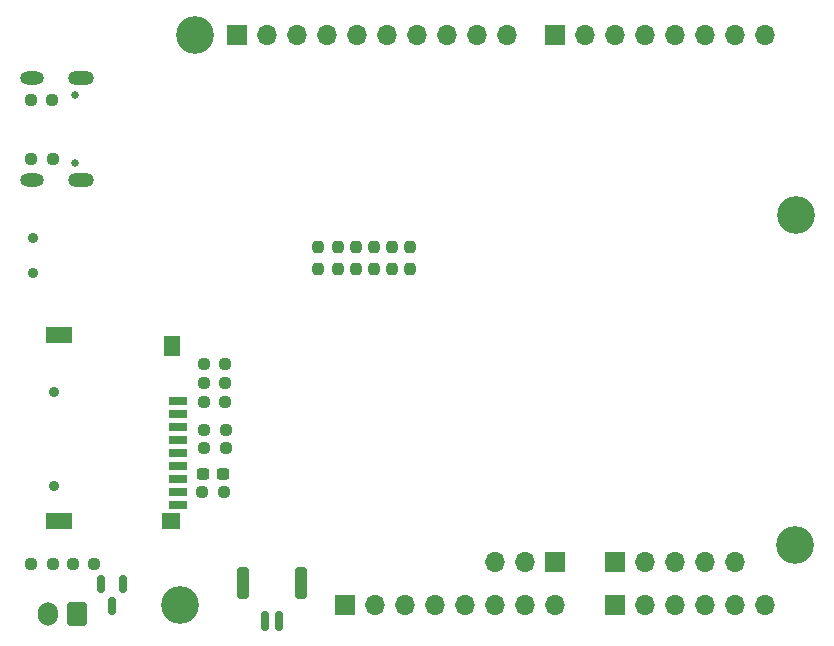
<source format=gbr>
%TF.GenerationSoftware,KiCad,Pcbnew,7.0.6*%
%TF.CreationDate,2024-02-07T19:17:42+08:00*%
%TF.ProjectId,PCB_Main_Board_ESP32S3_RFM95,5043425f-4d61-4696-9e5f-426f6172645f,rev?*%
%TF.SameCoordinates,Original*%
%TF.FileFunction,Soldermask,Bot*%
%TF.FilePolarity,Negative*%
%FSLAX46Y46*%
G04 Gerber Fmt 4.6, Leading zero omitted, Abs format (unit mm)*
G04 Created by KiCad (PCBNEW 7.0.6) date 2024-02-07 19:17:42*
%MOMM*%
%LPD*%
G01*
G04 APERTURE LIST*
G04 Aperture macros list*
%AMRoundRect*
0 Rectangle with rounded corners*
0 $1 Rounding radius*
0 $2 $3 $4 $5 $6 $7 $8 $9 X,Y pos of 4 corners*
0 Add a 4 corners polygon primitive as box body*
4,1,4,$2,$3,$4,$5,$6,$7,$8,$9,$2,$3,0*
0 Add four circle primitives for the rounded corners*
1,1,$1+$1,$2,$3*
1,1,$1+$1,$4,$5*
1,1,$1+$1,$6,$7*
1,1,$1+$1,$8,$9*
0 Add four rect primitives between the rounded corners*
20,1,$1+$1,$2,$3,$4,$5,0*
20,1,$1+$1,$4,$5,$6,$7,0*
20,1,$1+$1,$6,$7,$8,$9,0*
20,1,$1+$1,$8,$9,$2,$3,0*%
G04 Aperture macros list end*
%ADD10C,3.200000*%
%ADD11RoundRect,0.250000X0.600000X0.750000X-0.600000X0.750000X-0.600000X-0.750000X0.600000X-0.750000X0*%
%ADD12O,1.700000X2.000000*%
%ADD13C,0.650000*%
%ADD14O,2.204000X1.204000*%
%ADD15O,2.004000X1.104000*%
%ADD16R,1.700000X1.700000*%
%ADD17O,1.700000X1.700000*%
%ADD18C,0.900000*%
%ADD19RoundRect,0.237500X-0.300000X-0.237500X0.300000X-0.237500X0.300000X0.237500X-0.300000X0.237500X0*%
%ADD20RoundRect,0.237500X0.250000X0.237500X-0.250000X0.237500X-0.250000X-0.237500X0.250000X-0.237500X0*%
%ADD21RoundRect,0.237500X-0.250000X-0.237500X0.250000X-0.237500X0.250000X0.237500X-0.250000X0.237500X0*%
%ADD22RoundRect,0.237500X-0.237500X0.250000X-0.237500X-0.250000X0.237500X-0.250000X0.237500X0.250000X0*%
%ADD23RoundRect,0.237500X0.237500X-0.250000X0.237500X0.250000X-0.237500X0.250000X-0.237500X-0.250000X0*%
%ADD24RoundRect,0.150000X-0.150000X-0.700000X0.150000X-0.700000X0.150000X0.700000X-0.150000X0.700000X0*%
%ADD25RoundRect,0.250000X-0.250000X-1.100000X0.250000X-1.100000X0.250000X1.100000X-0.250000X1.100000X0*%
%ADD26R,1.600000X0.700000*%
%ADD27R,1.600000X1.400000*%
%ADD28R,2.200000X1.400000*%
%ADD29R,1.400000X1.800000*%
%ADD30RoundRect,0.150000X-0.150000X0.587500X-0.150000X-0.587500X0.150000X-0.587500X0.150000X0.587500X0*%
G04 APERTURE END LIST*
D10*
%TO.C,REF\u002A\u002A*%
X105816400Y-103276400D03*
%TD*%
%TO.C,REF\u002A\u002A*%
X53746400Y-108331000D03*
%TD*%
%TO.C,REF\u002A\u002A*%
X55016400Y-60071000D03*
%TD*%
D11*
%TO.C,J1*%
X45050000Y-109100000D03*
D12*
X42550000Y-109100000D03*
%TD*%
D13*
%TO.C,J2*%
X44880000Y-65185000D03*
X44880000Y-70965000D03*
D14*
X45360000Y-63750000D03*
X45360000Y-72400000D03*
D15*
X41180000Y-63750000D03*
X41180000Y-72400000D03*
%TD*%
D16*
%TO.C,J5*%
X90590000Y-108350000D03*
D17*
X93130000Y-108350000D03*
X95670000Y-108350000D03*
X98210000Y-108350000D03*
X100750000Y-108350000D03*
X103290000Y-108350000D03*
%TD*%
D18*
%TO.C,S1*%
X41300000Y-77290000D03*
X41300000Y-80290000D03*
%TD*%
D16*
%TO.C,J10*%
X85460000Y-104690000D03*
D17*
X82920000Y-104690000D03*
X80380000Y-104690000D03*
%TD*%
D10*
%TO.C,REF\u002A\u002A*%
X105850000Y-75350000D03*
%TD*%
D16*
%TO.C,J6*%
X67710000Y-108350000D03*
D17*
X70250000Y-108350000D03*
X72790000Y-108350000D03*
X75330000Y-108350000D03*
X77870000Y-108350000D03*
X80410000Y-108350000D03*
X82950000Y-108350000D03*
X85490000Y-108350000D03*
%TD*%
D16*
%TO.C,J7*%
X85480000Y-60100000D03*
D17*
X88020000Y-60100000D03*
X90560000Y-60100000D03*
X93100000Y-60100000D03*
X95640000Y-60100000D03*
X98180000Y-60100000D03*
X100720000Y-60100000D03*
X103260000Y-60100000D03*
%TD*%
D16*
%TO.C,J9*%
X58540000Y-60100000D03*
D17*
X61080000Y-60100000D03*
X63620000Y-60100000D03*
X66160000Y-60100000D03*
X68700000Y-60100000D03*
X71240000Y-60100000D03*
X73780000Y-60100000D03*
X76320000Y-60100000D03*
X78860000Y-60100000D03*
X81400000Y-60100000D03*
%TD*%
D16*
%TO.C,J11*%
X90580000Y-104760000D03*
D17*
X93120000Y-104760000D03*
X95660000Y-104760000D03*
X98200000Y-104760000D03*
X100740000Y-104760000D03*
%TD*%
D19*
%TO.C,C14*%
X55687500Y-97315000D03*
X57412500Y-97315000D03*
%TD*%
D20*
%TO.C,R19*%
X57575000Y-89565000D03*
X55750000Y-89565000D03*
%TD*%
%TO.C,R10*%
X42962500Y-70600000D03*
X41137500Y-70600000D03*
%TD*%
%TO.C,R26*%
X57575000Y-87990000D03*
X55750000Y-87990000D03*
%TD*%
D21*
%TO.C,R17*%
X55787500Y-95065000D03*
X57612500Y-95065000D03*
%TD*%
D22*
%TO.C,R34*%
X73240000Y-78057500D03*
X73240000Y-79882500D03*
%TD*%
%TO.C,R35*%
X67080000Y-78067500D03*
X67080000Y-79892500D03*
%TD*%
D23*
%TO.C,R36*%
X65460000Y-79892500D03*
X65460000Y-78067500D03*
%TD*%
D20*
%TO.C,R32*%
X57562500Y-91190000D03*
X55737500Y-91190000D03*
%TD*%
D22*
%TO.C,R33*%
X70190000Y-78067500D03*
X70190000Y-79892500D03*
%TD*%
D20*
%TO.C,R12*%
X46462500Y-104900000D03*
X44637500Y-104900000D03*
%TD*%
D21*
%TO.C,R18*%
X55787500Y-93515000D03*
X57612500Y-93515000D03*
%TD*%
D24*
%TO.C,J3*%
X60900000Y-109690000D03*
X62150000Y-109690000D03*
D25*
X59050000Y-106490000D03*
X64000000Y-106490000D03*
%TD*%
D20*
%TO.C,R13*%
X42987500Y-104925000D03*
X41162500Y-104925000D03*
%TD*%
D21*
%TO.C,R11*%
X41112500Y-65575000D03*
X42937500Y-65575000D03*
%TD*%
D23*
%TO.C,R9*%
X71720000Y-79892500D03*
X71720000Y-78067500D03*
%TD*%
D18*
%TO.C,P1*%
X43080000Y-98320000D03*
X43080000Y-90320000D03*
D26*
X53580000Y-91120000D03*
X53580000Y-92220000D03*
X53580000Y-93320000D03*
X53580000Y-94420000D03*
X53580000Y-95520000D03*
X53580000Y-96620000D03*
X53580000Y-97720000D03*
X53580000Y-98820000D03*
X53580000Y-99920000D03*
D27*
X52980000Y-101220000D03*
D28*
X43480000Y-101220000D03*
X43480000Y-85520000D03*
D29*
X53080000Y-86420000D03*
%TD*%
D22*
%TO.C,R14*%
X68640000Y-78070000D03*
X68640000Y-79895000D03*
%TD*%
D20*
%TO.C,R31*%
X57462500Y-98840000D03*
X55637500Y-98840000D03*
%TD*%
D30*
%TO.C,Q3*%
X47025000Y-106612500D03*
X48925000Y-106612500D03*
X47975000Y-108487500D03*
%TD*%
M02*

</source>
